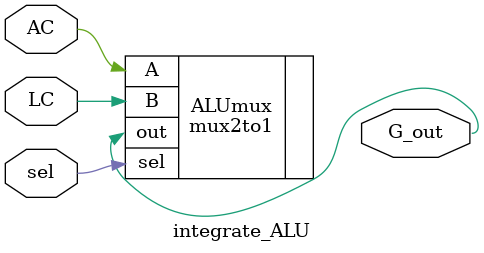
<source format=v>
module integrate_ALU(AC, LC, sel, G_out);
    input AC;
    input LC;
    input sel;
    output G_out;

    mux2to1 ALUmux (.A(AC), .B(LC), .out(G_out), .sel(sel));
endmodule
</source>
